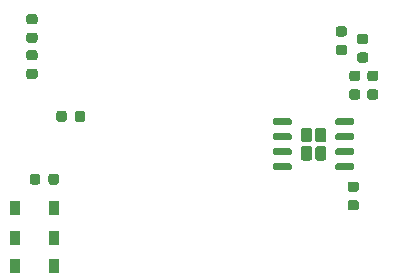
<source format=gbr>
G04 #@! TF.GenerationSoftware,KiCad,Pcbnew,5.1.8-1.fc33*
G04 #@! TF.CreationDate,2020-11-26T22:59:40+01:00*
G04 #@! TF.ProjectId,venom,76656e6f-6d2e-46b6-9963-61645f706362,rev?*
G04 #@! TF.SameCoordinates,Original*
G04 #@! TF.FileFunction,Paste,Bot*
G04 #@! TF.FilePolarity,Positive*
%FSLAX46Y46*%
G04 Gerber Fmt 4.6, Leading zero omitted, Abs format (unit mm)*
G04 Created by KiCad (PCBNEW 5.1.8-1.fc33) date 2020-11-26 22:59:40*
%MOMM*%
%LPD*%
G01*
G04 APERTURE LIST*
%ADD10R,0.900000X1.200000*%
G04 APERTURE END LIST*
G36*
G01*
X147825000Y-118336250D02*
X147825000Y-117823750D01*
G75*
G02*
X148043750Y-117605000I218750J0D01*
G01*
X148481250Y-117605000D01*
G75*
G02*
X148700000Y-117823750I0J-218750D01*
G01*
X148700000Y-118336250D01*
G75*
G02*
X148481250Y-118555000I-218750J0D01*
G01*
X148043750Y-118555000D01*
G75*
G02*
X147825000Y-118336250I0J218750D01*
G01*
G37*
G36*
G01*
X149400000Y-118336250D02*
X149400000Y-117823750D01*
G75*
G02*
X149618750Y-117605000I218750J0D01*
G01*
X150056250Y-117605000D01*
G75*
G02*
X150275000Y-117823750I0J-218750D01*
G01*
X150275000Y-118336250D01*
G75*
G02*
X150056250Y-118555000I-218750J0D01*
G01*
X149618750Y-118555000D01*
G75*
G02*
X149400000Y-118336250I0J218750D01*
G01*
G37*
D10*
X146540000Y-123070000D03*
X149840000Y-123070000D03*
X146540000Y-125450000D03*
X149840000Y-125450000D03*
X146550000Y-120560000D03*
X149850000Y-120560000D03*
G36*
G01*
X147743750Y-105670000D02*
X148256250Y-105670000D01*
G75*
G02*
X148475000Y-105888750I0J-218750D01*
G01*
X148475000Y-106326250D01*
G75*
G02*
X148256250Y-106545000I-218750J0D01*
G01*
X147743750Y-106545000D01*
G75*
G02*
X147525000Y-106326250I0J218750D01*
G01*
X147525000Y-105888750D01*
G75*
G02*
X147743750Y-105670000I218750J0D01*
G01*
G37*
G36*
G01*
X147743750Y-104095000D02*
X148256250Y-104095000D01*
G75*
G02*
X148475000Y-104313750I0J-218750D01*
G01*
X148475000Y-104751250D01*
G75*
G02*
X148256250Y-104970000I-218750J0D01*
G01*
X147743750Y-104970000D01*
G75*
G02*
X147525000Y-104751250I0J218750D01*
G01*
X147525000Y-104313750D01*
G75*
G02*
X147743750Y-104095000I218750J0D01*
G01*
G37*
G36*
G01*
X147743750Y-107155000D02*
X148256250Y-107155000D01*
G75*
G02*
X148475000Y-107373750I0J-218750D01*
G01*
X148475000Y-107811250D01*
G75*
G02*
X148256250Y-108030000I-218750J0D01*
G01*
X147743750Y-108030000D01*
G75*
G02*
X147525000Y-107811250I0J218750D01*
G01*
X147525000Y-107373750D01*
G75*
G02*
X147743750Y-107155000I218750J0D01*
G01*
G37*
G36*
G01*
X147743750Y-108730000D02*
X148256250Y-108730000D01*
G75*
G02*
X148475000Y-108948750I0J-218750D01*
G01*
X148475000Y-109386250D01*
G75*
G02*
X148256250Y-109605000I-218750J0D01*
G01*
X147743750Y-109605000D01*
G75*
G02*
X147525000Y-109386250I0J218750D01*
G01*
X147525000Y-108948750D01*
G75*
G02*
X147743750Y-108730000I218750J0D01*
G01*
G37*
G36*
G01*
X175083750Y-108895000D02*
X175596250Y-108895000D01*
G75*
G02*
X175815000Y-109113750I0J-218750D01*
G01*
X175815000Y-109551250D01*
G75*
G02*
X175596250Y-109770000I-218750J0D01*
G01*
X175083750Y-109770000D01*
G75*
G02*
X174865000Y-109551250I0J218750D01*
G01*
X174865000Y-109113750D01*
G75*
G02*
X175083750Y-108895000I218750J0D01*
G01*
G37*
G36*
G01*
X175083750Y-110470000D02*
X175596250Y-110470000D01*
G75*
G02*
X175815000Y-110688750I0J-218750D01*
G01*
X175815000Y-111126250D01*
G75*
G02*
X175596250Y-111345000I-218750J0D01*
G01*
X175083750Y-111345000D01*
G75*
G02*
X174865000Y-111126250I0J218750D01*
G01*
X174865000Y-110688750D01*
G75*
G02*
X175083750Y-110470000I218750J0D01*
G01*
G37*
G36*
G01*
X176603750Y-110470000D02*
X177116250Y-110470000D01*
G75*
G02*
X177335000Y-110688750I0J-218750D01*
G01*
X177335000Y-111126250D01*
G75*
G02*
X177116250Y-111345000I-218750J0D01*
G01*
X176603750Y-111345000D01*
G75*
G02*
X176385000Y-111126250I0J218750D01*
G01*
X176385000Y-110688750D01*
G75*
G02*
X176603750Y-110470000I218750J0D01*
G01*
G37*
G36*
G01*
X176603750Y-108895000D02*
X177116250Y-108895000D01*
G75*
G02*
X177335000Y-109113750I0J-218750D01*
G01*
X177335000Y-109551250D01*
G75*
G02*
X177116250Y-109770000I-218750J0D01*
G01*
X176603750Y-109770000D01*
G75*
G02*
X176385000Y-109551250I0J218750D01*
G01*
X176385000Y-109113750D01*
G75*
G02*
X176603750Y-108895000I218750J0D01*
G01*
G37*
G36*
G01*
X170765000Y-116277500D02*
X170765000Y-115512500D01*
G75*
G02*
X171007500Y-115270000I242500J0D01*
G01*
X171492500Y-115270000D01*
G75*
G02*
X171735000Y-115512500I0J-242500D01*
G01*
X171735000Y-116277500D01*
G75*
G02*
X171492500Y-116520000I-242500J0D01*
G01*
X171007500Y-116520000D01*
G75*
G02*
X170765000Y-116277500I0J242500D01*
G01*
G37*
G36*
G01*
X170765000Y-114727500D02*
X170765000Y-113962500D01*
G75*
G02*
X171007500Y-113720000I242500J0D01*
G01*
X171492500Y-113720000D01*
G75*
G02*
X171735000Y-113962500I0J-242500D01*
G01*
X171735000Y-114727500D01*
G75*
G02*
X171492500Y-114970000I-242500J0D01*
G01*
X171007500Y-114970000D01*
G75*
G02*
X170765000Y-114727500I0J242500D01*
G01*
G37*
G36*
G01*
X171965000Y-116277500D02*
X171965000Y-115512500D01*
G75*
G02*
X172207500Y-115270000I242500J0D01*
G01*
X172692500Y-115270000D01*
G75*
G02*
X172935000Y-115512500I0J-242500D01*
G01*
X172935000Y-116277500D01*
G75*
G02*
X172692500Y-116520000I-242500J0D01*
G01*
X172207500Y-116520000D01*
G75*
G02*
X171965000Y-116277500I0J242500D01*
G01*
G37*
G36*
G01*
X171965000Y-114727500D02*
X171965000Y-113962500D01*
G75*
G02*
X172207500Y-113720000I242500J0D01*
G01*
X172692500Y-113720000D01*
G75*
G02*
X172935000Y-113962500I0J-242500D01*
G01*
X172935000Y-114727500D01*
G75*
G02*
X172692500Y-114970000I-242500J0D01*
G01*
X172207500Y-114970000D01*
G75*
G02*
X171965000Y-114727500I0J242500D01*
G01*
G37*
G36*
G01*
X168400000Y-117175000D02*
X168400000Y-116875000D01*
G75*
G02*
X168550000Y-116725000I150000J0D01*
G01*
X169850000Y-116725000D01*
G75*
G02*
X170000000Y-116875000I0J-150000D01*
G01*
X170000000Y-117175000D01*
G75*
G02*
X169850000Y-117325000I-150000J0D01*
G01*
X168550000Y-117325000D01*
G75*
G02*
X168400000Y-117175000I0J150000D01*
G01*
G37*
G36*
G01*
X168400000Y-115905000D02*
X168400000Y-115605000D01*
G75*
G02*
X168550000Y-115455000I150000J0D01*
G01*
X169850000Y-115455000D01*
G75*
G02*
X170000000Y-115605000I0J-150000D01*
G01*
X170000000Y-115905000D01*
G75*
G02*
X169850000Y-116055000I-150000J0D01*
G01*
X168550000Y-116055000D01*
G75*
G02*
X168400000Y-115905000I0J150000D01*
G01*
G37*
G36*
G01*
X168400000Y-114635000D02*
X168400000Y-114335000D01*
G75*
G02*
X168550000Y-114185000I150000J0D01*
G01*
X169850000Y-114185000D01*
G75*
G02*
X170000000Y-114335000I0J-150000D01*
G01*
X170000000Y-114635000D01*
G75*
G02*
X169850000Y-114785000I-150000J0D01*
G01*
X168550000Y-114785000D01*
G75*
G02*
X168400000Y-114635000I0J150000D01*
G01*
G37*
G36*
G01*
X168400000Y-113365000D02*
X168400000Y-113065000D01*
G75*
G02*
X168550000Y-112915000I150000J0D01*
G01*
X169850000Y-112915000D01*
G75*
G02*
X170000000Y-113065000I0J-150000D01*
G01*
X170000000Y-113365000D01*
G75*
G02*
X169850000Y-113515000I-150000J0D01*
G01*
X168550000Y-113515000D01*
G75*
G02*
X168400000Y-113365000I0J150000D01*
G01*
G37*
G36*
G01*
X173700000Y-113365000D02*
X173700000Y-113065000D01*
G75*
G02*
X173850000Y-112915000I150000J0D01*
G01*
X175150000Y-112915000D01*
G75*
G02*
X175300000Y-113065000I0J-150000D01*
G01*
X175300000Y-113365000D01*
G75*
G02*
X175150000Y-113515000I-150000J0D01*
G01*
X173850000Y-113515000D01*
G75*
G02*
X173700000Y-113365000I0J150000D01*
G01*
G37*
G36*
G01*
X173700000Y-114635000D02*
X173700000Y-114335000D01*
G75*
G02*
X173850000Y-114185000I150000J0D01*
G01*
X175150000Y-114185000D01*
G75*
G02*
X175300000Y-114335000I0J-150000D01*
G01*
X175300000Y-114635000D01*
G75*
G02*
X175150000Y-114785000I-150000J0D01*
G01*
X173850000Y-114785000D01*
G75*
G02*
X173700000Y-114635000I0J150000D01*
G01*
G37*
G36*
G01*
X173700000Y-115905000D02*
X173700000Y-115605000D01*
G75*
G02*
X173850000Y-115455000I150000J0D01*
G01*
X175150000Y-115455000D01*
G75*
G02*
X175300000Y-115605000I0J-150000D01*
G01*
X175300000Y-115905000D01*
G75*
G02*
X175150000Y-116055000I-150000J0D01*
G01*
X173850000Y-116055000D01*
G75*
G02*
X173700000Y-115905000I0J150000D01*
G01*
G37*
G36*
G01*
X173700000Y-117175000D02*
X173700000Y-116875000D01*
G75*
G02*
X173850000Y-116725000I150000J0D01*
G01*
X175150000Y-116725000D01*
G75*
G02*
X175300000Y-116875000I0J-150000D01*
G01*
X175300000Y-117175000D01*
G75*
G02*
X175150000Y-117325000I-150000J0D01*
G01*
X173850000Y-117325000D01*
G75*
G02*
X173700000Y-117175000I0J150000D01*
G01*
G37*
G36*
G01*
X174943750Y-118275000D02*
X175456250Y-118275000D01*
G75*
G02*
X175675000Y-118493750I0J-218750D01*
G01*
X175675000Y-118931250D01*
G75*
G02*
X175456250Y-119150000I-218750J0D01*
G01*
X174943750Y-119150000D01*
G75*
G02*
X174725000Y-118931250I0J218750D01*
G01*
X174725000Y-118493750D01*
G75*
G02*
X174943750Y-118275000I218750J0D01*
G01*
G37*
G36*
G01*
X174943750Y-119850000D02*
X175456250Y-119850000D01*
G75*
G02*
X175675000Y-120068750I0J-218750D01*
G01*
X175675000Y-120506250D01*
G75*
G02*
X175456250Y-120725000I-218750J0D01*
G01*
X174943750Y-120725000D01*
G75*
G02*
X174725000Y-120506250I0J218750D01*
G01*
X174725000Y-120068750D01*
G75*
G02*
X174943750Y-119850000I218750J0D01*
G01*
G37*
G36*
G01*
X174456250Y-106000000D02*
X173943750Y-106000000D01*
G75*
G02*
X173725000Y-105781250I0J218750D01*
G01*
X173725000Y-105343750D01*
G75*
G02*
X173943750Y-105125000I218750J0D01*
G01*
X174456250Y-105125000D01*
G75*
G02*
X174675000Y-105343750I0J-218750D01*
G01*
X174675000Y-105781250D01*
G75*
G02*
X174456250Y-106000000I-218750J0D01*
G01*
G37*
G36*
G01*
X174456250Y-107575000D02*
X173943750Y-107575000D01*
G75*
G02*
X173725000Y-107356250I0J218750D01*
G01*
X173725000Y-106918750D01*
G75*
G02*
X173943750Y-106700000I218750J0D01*
G01*
X174456250Y-106700000D01*
G75*
G02*
X174675000Y-106918750I0J-218750D01*
G01*
X174675000Y-107356250D01*
G75*
G02*
X174456250Y-107575000I-218750J0D01*
G01*
G37*
G36*
G01*
X176256250Y-108225000D02*
X175743750Y-108225000D01*
G75*
G02*
X175525000Y-108006250I0J218750D01*
G01*
X175525000Y-107568750D01*
G75*
G02*
X175743750Y-107350000I218750J0D01*
G01*
X176256250Y-107350000D01*
G75*
G02*
X176475000Y-107568750I0J-218750D01*
G01*
X176475000Y-108006250D01*
G75*
G02*
X176256250Y-108225000I-218750J0D01*
G01*
G37*
G36*
G01*
X176256250Y-106650000D02*
X175743750Y-106650000D01*
G75*
G02*
X175525000Y-106431250I0J218750D01*
G01*
X175525000Y-105993750D01*
G75*
G02*
X175743750Y-105775000I218750J0D01*
G01*
X176256250Y-105775000D01*
G75*
G02*
X176475000Y-105993750I0J-218750D01*
G01*
X176475000Y-106431250D01*
G75*
G02*
X176256250Y-106650000I-218750J0D01*
G01*
G37*
G36*
G01*
X152515000Y-112503750D02*
X152515000Y-113016250D01*
G75*
G02*
X152296250Y-113235000I-218750J0D01*
G01*
X151858750Y-113235000D01*
G75*
G02*
X151640000Y-113016250I0J218750D01*
G01*
X151640000Y-112503750D01*
G75*
G02*
X151858750Y-112285000I218750J0D01*
G01*
X152296250Y-112285000D01*
G75*
G02*
X152515000Y-112503750I0J-218750D01*
G01*
G37*
G36*
G01*
X150940000Y-112503750D02*
X150940000Y-113016250D01*
G75*
G02*
X150721250Y-113235000I-218750J0D01*
G01*
X150283750Y-113235000D01*
G75*
G02*
X150065000Y-113016250I0J218750D01*
G01*
X150065000Y-112503750D01*
G75*
G02*
X150283750Y-112285000I218750J0D01*
G01*
X150721250Y-112285000D01*
G75*
G02*
X150940000Y-112503750I0J-218750D01*
G01*
G37*
M02*

</source>
